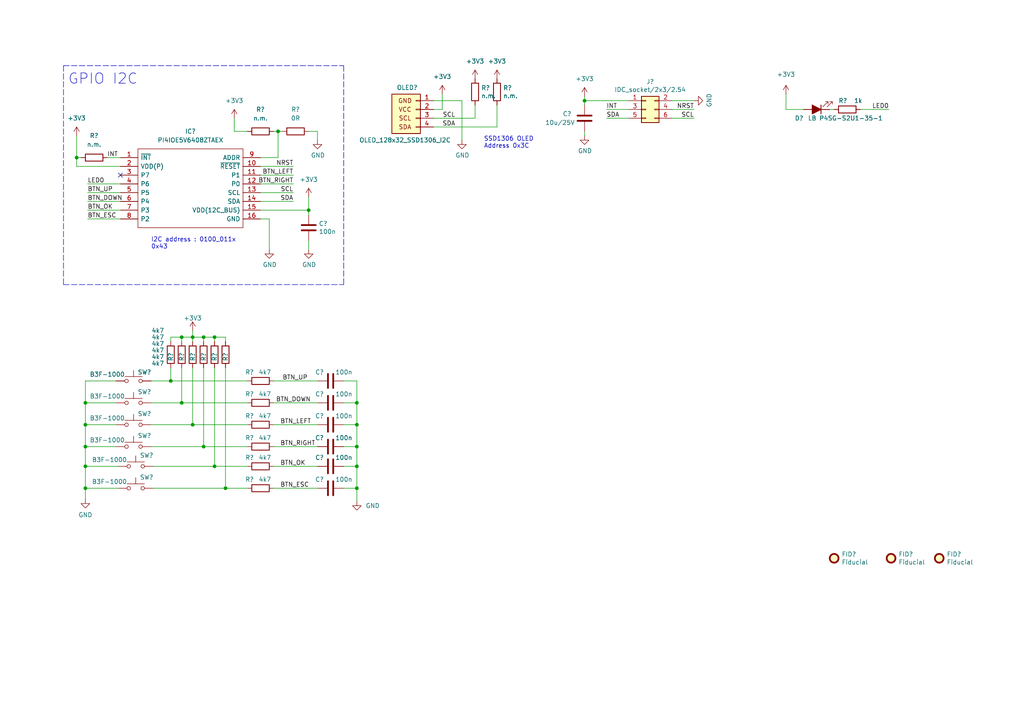
<source format=kicad_sch>
(kicad_sch (version 20211123) (generator eeschema)
  (paper "A4")
  (lib_symbols
    (symbol "Connector_Generic:Conn_02x03_Odd_Even" (pin_names (offset 1.016) hide)
      (property "Reference" "J" (at 1.27 5.08 0))
      (property "Value" "Conn_02x03_Odd_Even" (at 1.27 -5.08 0))
      (symbol "Conn_02x03_Odd_Even_1_1"
        (rectangle (start -1.27 -2.413) (end 0 -2.667) (stroke (width 0.1524)))
        (rectangle (start -1.27 0.127) (end 0 -0.127) (stroke (width 0.1524)))
        (rectangle (start -1.27 2.667) (end 0 2.413) (stroke (width 0.1524)))
        (rectangle (start -1.27 3.81) (end 3.81 -3.81) (stroke (width 0.254)) (fill (type background)))
        (rectangle (start 3.81 -2.413) (end 2.54 -2.667) (stroke (width 0.1524)))
        (rectangle (start 3.81 0.127) (end 2.54 -0.127) (stroke (width 0.1524)))
        (rectangle (start 3.81 2.667) (end 2.54 2.413) (stroke (width 0.1524)))
        (pin passive line (at -5.08 2.54 0) (length 3.81) (name "Pin_1") (number "1"))
        (pin passive line (at 7.62 2.54 180) (length 3.81) (name "Pin_2") (number "2"))
        (pin passive line (at -5.08 0 0) (length 3.81) (name "Pin_3") (number "3"))
        (pin passive line (at 7.62 0 180) (length 3.81) (name "Pin_4") (number "4"))
        (pin passive line (at -5.08 -2.54 0) (length 3.81) (name "Pin_5") (number "5"))
        (pin passive line (at 7.62 -2.54 180) (length 3.81) (name "Pin_6") (number "6"))
      )
    )
    (symbol "DALITP-FRONT-rescue:LED_ALT-Device" (pin_numbers hide) (pin_names (offset 1.016) hide)
      (property "Reference" "D" (at 0 2.54 0))
      (property "Value" "LED_ALT-Device" (at 0 -2.54 0))
      (symbol "LED_ALT-Device_0_1"
        (polyline (pts (xy -1.27 -1.27) (xy -1.27 1.27)) (stroke (width 0.254)))
        (polyline (pts (xy -1.27 0) (xy 1.27 0)))
        (polyline (pts (xy 1.27 -1.27) (xy 1.27 1.27) (xy -1.27 0) (xy 1.27 -1.27)) (stroke (width 0.254)) (fill (type outline)))
        (polyline (pts (xy -3.048 -0.762) (xy -4.572 -2.286) (xy -3.81 -2.286) (xy -4.572 -2.286) (xy -4.572 -1.524)))
        (polyline (pts (xy -1.778 -0.762) (xy -3.302 -2.286) (xy -2.54 -2.286) (xy -3.302 -2.286) (xy -3.302 -1.524)))
      )
      (symbol "LED_ALT-Device_1_1"
        (pin passive line (at -3.81 0 0) (length 2.54) (name "K") (number "1"))
        (pin passive line (at 3.81 0 180) (length 2.54) (name "A") (number "2"))
      )
    )
    (symbol "Device:C" (pin_numbers hide) (pin_names (offset 0.254))
      (property "Reference" "C" (at 0.635 2.54 0))
      (property "Value" "C" (at 0.635 -2.54 0))
      (symbol "C_0_1"
        (polyline (pts (xy -2.032 -0.762) (xy 2.032 -0.762)) (stroke (width 0.508)))
        (polyline (pts (xy -2.032 0.762) (xy 2.032 0.762)) (stroke (width 0.508)))
      )
      (symbol "C_1_1"
        (pin passive line (at 0 3.81 270) (length 2.794) (name "~") (number "1"))
        (pin passive line (at 0 -3.81 90) (length 2.794) (name "~") (number "2"))
      )
    )
    (symbol "Device:R" (pin_numbers hide) (pin_names (offset 0))
      (property "Reference" "R" (at 2.032 0 90))
      (property "Value" "R" (at 0 0 90))
      (symbol "R_0_1"
        (rectangle (start -1.016 -2.54) (end 1.016 2.54) (stroke (width 0.254)))
      )
      (symbol "R_1_1"
        (pin passive line (at 0 3.81 270) (length 1.27) (name "~") (number "1"))
        (pin passive line (at 0 -3.81 90) (length 1.27) (name "~") (number "2"))
      )
    )
    (symbol "Mechanical:Fiducial"
      (property "Reference" "FID" (at 0 5.08 0))
      (property "Value" "Fiducial" (at 0 3.175 0))
      (symbol "Fiducial_0_1"
        (circle (center 0 0) (radius 1.27) (stroke (width 0.508)) (fill (type background)))
      )
    )
    (symbol "SIM:OLED_128x32_SSD1306_I2C" (pin_names (offset 1.016) hide)
      (property "Reference" "OLED" (at -3.175 5.715 0))
      (property "Value" "OLED_128x32_SSD1306_I2C" (at 0 -8.255 0))
      (symbol "OLED_128x32_SSD1306_I2C_0_0"
        (text "GND" (at -3.175 2.54 0) (effects (font (size 1.27 1.27))))
        (text "SCL" (at -3.175 -2.54 0) (effects (font (size 1.27 1.27))))
        (text "SDA" (at -3.175 -5.08 0) (effects (font (size 1.27 1.27))))
        (text "VCC" (at -3.175 0 0) (effects (font (size 1.27 1.27))))
      )
      (symbol "OLED_128x32_SSD1306_I2C_1_1"
        (rectangle (start -6.985 4.445) (end 1.27 -6.985) (stroke (width 0.254)) (fill (type background)))
        (rectangle (start 0 -5.207) (end 1.27 -4.953) (stroke (width 0.1524)))
        (rectangle (start 0 -2.667) (end 1.27 -2.413) (stroke (width 0.1524)))
        (rectangle (start 0 -0.127) (end 1.27 0.127) (stroke (width 0.1524)))
        (rectangle (start 0 2.413) (end 1.27 2.667) (stroke (width 0.1524)))
        (pin passive line (at 5.08 2.54 180) (length 3.81) (name "Pin_1") (number "1"))
        (pin passive line (at 5.08 0 180) (length 3.81) (name "Pin_2") (number "2"))
        (pin passive line (at 5.08 -2.54 180) (length 3.81) (name "Pin_3") (number "3"))
        (pin passive line (at 5.08 -5.08 180) (length 3.81) (name "Pin_4") (number "4"))
      )
    )
    (symbol "SIM:PI4IOE5V6408ZTAEX" (pin_names (offset 0.762))
      (property "Reference" "IC" (at 36.83 7.62 0))
      (property "Value" "PI4IOE5V6408ZTAEX" (at 36.83 5.08 0))
      (symbol "PI4IOE5V6408ZTAEX_0_0"
        (pin passive line (at 0 0 0) (length 5.08) (name "~{INT}") (number "1"))
        (pin passive line (at 40.64 -2.54 180) (length 5.08) (name "~{RESET}") (number "10"))
        (pin passive line (at 40.64 -5.08 180) (length 5.08) (name "P1") (number "11"))
        (pin passive line (at 40.64 -7.62 180) (length 5.08) (name "P0") (number "12"))
        (pin passive line (at 40.64 -10.16 180) (length 5.08) (name "SCL") (number "13"))
        (pin passive line (at 40.64 -12.7 180) (length 5.08) (name "SDA") (number "14"))
        (pin passive line (at 40.64 -15.24 180) (length 5.08) (name "VDD(12C_BUS)") (number "15"))
        (pin passive line (at 40.64 -17.78 180) (length 5.08) (name "GND") (number "16"))
        (pin passive line (at 0 -2.54 0) (length 5.08) (name "VDD(P)") (number "2"))
        (pin passive line (at 0 -5.08 0) (length 5.08) (name "P7") (number "3"))
        (pin passive line (at 0 -7.62 0) (length 5.08) (name "P6") (number "4"))
        (pin passive line (at 0 -10.16 0) (length 5.08) (name "P5") (number "5"))
        (pin passive line (at 0 -12.7 0) (length 5.08) (name "P4") (number "6"))
        (pin passive line (at 0 -15.24 0) (length 5.08) (name "P3") (number "7"))
        (pin passive line (at 0 -17.78 0) (length 5.08) (name "P2") (number "8"))
        (pin passive line (at 40.64 0 180) (length 5.08) (name "ADDR") (number "9"))
      )
      (symbol "PI4IOE5V6408ZTAEX_0_1"
        (polyline (pts (xy 5.08 2.54) (xy 35.56 2.54) (xy 35.56 -20.32) (xy 5.08 -20.32) (xy 5.08 2.54)) (stroke (width 0.1524)))
      )
    )
    (symbol "Switch:SW_MEC_5G" (pin_numbers hide) (pin_names (offset 1.016) hide)
      (property "Reference" "SW" (at 1.27 2.54 0))
      (property "Value" "SW_MEC_5G" (at 0 -1.524 0))
      (symbol "SW_MEC_5G_0_1"
        (circle (center -2.032 0) (radius 0.508))
        (polyline (pts (xy 0 1.27) (xy 0 3.048)))
        (polyline (pts (xy 2.54 1.27) (xy -2.54 1.27)))
        (circle (center 2.032 0) (radius 0.508))
        (pin passive line (at -5.08 0 0) (length 2.54) (name "A") (number "1"))
        (pin passive line (at 5.08 0 180) (length 2.54) (name "B") (number "3"))
      )
      (symbol "SW_MEC_5G_1_1"
        (pin passive line (at -5.08 0 0) (length 2.54) hide (name "A") (number "2"))
        (pin passive line (at 5.08 0 180) (length 2.54) hide (name "B") (number "4"))
      )
    )
    (symbol "power:+3V3" (power) (pin_names (offset 0))
      (property "Value" "+3V3" (at 0 3.556 0))
      (symbol "+3V3_0_1"
        (polyline (pts (xy -0.762 1.27) (xy 0 2.54)))
        (polyline (pts (xy 0 0) (xy 0 2.54)))
        (polyline (pts (xy 0 2.54) (xy 0.762 1.27)))
      )
      (symbol "+3V3_1_1"
        (pin power_in line (at 0 0 90) (length 0) hide (name "+3V3") (number "1"))
      )
    )
    (symbol "power:GND" (power) (pin_names (offset 0))
      (property "Value" "GND" (at 0 -3.81 0))
      (symbol "GND_0_1"
        (polyline (pts (xy 0 0) (xy 0 -1.27) (xy 1.27 -1.27) (xy 0 -2.54) (xy -1.27 -1.27) (xy 0 -1.27)))
      )
      (symbol "GND_1_1"
        (pin power_in line (at 0 0 270) (length 0) hide (name "GND") (number "1"))
      )
    )
  )
  (junction (at 49.53 110.49))
  (junction (at 52.705 116.84))
  (junction (at 103.505 116.84))
  (junction (at 103.505 141.605))
  (junction (at 59.055 129.54))
  (junction (at 169.545 29.21))
  (junction (at 103.505 129.54))
  (junction (at 103.505 123.19))
  (junction (at 52.705 97.79))
  (junction (at 65.405 141.605))
  (junction (at 22.225 45.72))
  (junction (at 24.765 123.19))
  (junction (at 24.765 129.54))
  (junction (at 59.055 97.79))
  (junction (at 89.535 60.96))
  (junction (at 24.765 135.255))
  (junction (at 62.23 97.79))
  (junction (at 80.645 38.1))
  (junction (at 24.765 116.84))
  (junction (at 103.505 135.255))
  (junction (at 62.23 135.255))
  (junction (at 55.88 123.19))
  (junction (at 55.88 97.79))
  (junction (at 24.765 141.605))
  (no_connect (at 34.925 50.8))
  (wire (pts (xy 79.375 141.605) (xy 92.075 141.605)))
  (wire (pts (xy 31.115 45.72) (xy 34.925 45.72)))
  (wire (pts (xy 55.88 106.68) (xy 55.88 123.19)))
  (wire (pts (xy 62.23 106.68) (xy 62.23 135.255)))
  (wire (pts (xy 33.655 110.49) (xy 24.765 110.49)))
  (wire (pts (xy 103.505 110.49) (xy 103.505 116.84)))
  (wire (pts (xy 24.765 141.605) (xy 34.29 141.605)))
  (wire (pts (xy 85.09 53.34) (xy 75.565 53.34)))
  (wire (pts (xy 43.815 123.19) (xy 55.88 123.19)))
  (polyline (pts (xy 99.695 19.05) (xy 99.695 82.55)))
  (wire (pts (xy 34.925 55.88) (xy 25.4 55.88)))
  (wire (pts (xy 43.815 110.49) (xy 49.53 110.49)))
  (wire (pts (xy 194.945 34.29) (xy 201.295 34.29)))
  (wire (pts (xy 43.815 116.84) (xy 52.705 116.84)))
  (wire (pts (xy 241.935 31.75) (xy 240.665 31.75)))
  (wire (pts (xy 59.055 106.68) (xy 59.055 129.54)))
  (wire (pts (xy 249.555 31.75) (xy 257.81 31.75)))
  (wire (pts (xy 75.565 58.42) (xy 85.09 58.42)))
  (wire (pts (xy 169.545 29.21) (xy 182.245 29.21)))
  (wire (pts (xy 22.225 39.37) (xy 22.225 45.72)))
  (wire (pts (xy 99.695 135.255) (xy 103.505 135.255)))
  (wire (pts (xy 201.295 29.21) (xy 194.945 29.21)))
  (wire (pts (xy 55.88 95.885) (xy 55.88 97.79)))
  (wire (pts (xy 103.505 141.605) (xy 103.505 145.415)))
  (wire (pts (xy 52.705 106.68) (xy 52.705 116.84)))
  (wire (pts (xy 227.965 31.75) (xy 233.045 31.75)))
  (wire (pts (xy 33.655 123.19) (xy 24.765 123.19)))
  (wire (pts (xy 79.375 135.255) (xy 92.075 135.255)))
  (wire (pts (xy 128.27 27.305) (xy 128.27 31.75)))
  (wire (pts (xy 99.695 110.49) (xy 103.505 110.49)))
  (wire (pts (xy 175.895 34.29) (xy 182.245 34.29)))
  (wire (pts (xy 24.765 135.255) (xy 24.765 141.605)))
  (wire (pts (xy 89.535 60.96) (xy 89.535 62.23)))
  (wire (pts (xy 49.53 106.68) (xy 49.53 110.49)))
  (wire (pts (xy 24.765 116.84) (xy 24.765 123.19)))
  (wire (pts (xy 194.945 31.75) (xy 201.295 31.75)))
  (wire (pts (xy 92.075 38.1) (xy 92.075 40.64)))
  (wire (pts (xy 24.765 129.54) (xy 24.765 135.255)))
  (wire (pts (xy 22.225 45.72) (xy 22.225 48.26)))
  (wire (pts (xy 62.23 99.06) (xy 62.23 97.79)))
  (wire (pts (xy 52.705 97.79) (xy 52.705 99.06)))
  (wire (pts (xy 44.45 135.255) (xy 62.23 135.255)))
  (wire (pts (xy 44.45 141.605) (xy 65.405 141.605)))
  (polyline (pts (xy 18.415 19.05) (xy 99.695 19.05)))
  (wire (pts (xy 75.565 60.96) (xy 89.535 60.96)))
  (wire (pts (xy 80.645 45.72) (xy 80.645 38.1)))
  (wire (pts (xy 169.545 29.21) (xy 169.545 30.48)))
  (wire (pts (xy 79.375 116.84) (xy 92.075 116.84)))
  (wire (pts (xy 227.965 27.305) (xy 227.965 31.75)))
  (wire (pts (xy 67.945 38.1) (xy 67.945 34.29)))
  (wire (pts (xy 71.755 38.1) (xy 67.945 38.1)))
  (wire (pts (xy 59.055 97.79) (xy 62.23 97.79)))
  (wire (pts (xy 22.225 45.72) (xy 23.495 45.72)))
  (wire (pts (xy 75.565 45.72) (xy 80.645 45.72)))
  (wire (pts (xy 99.695 129.54) (xy 103.505 129.54)))
  (wire (pts (xy 125.73 34.29) (xy 137.795 34.29)))
  (wire (pts (xy 49.53 99.06) (xy 49.53 97.79)))
  (wire (pts (xy 24.765 135.255) (xy 34.29 135.255)))
  (wire (pts (xy 133.985 29.21) (xy 133.985 40.64)))
  (polyline (pts (xy 18.415 19.05) (xy 18.415 82.55)))
  (wire (pts (xy 99.695 141.605) (xy 103.505 141.605)))
  (wire (pts (xy 65.405 99.06) (xy 65.405 97.79)))
  (wire (pts (xy 33.655 116.84) (xy 24.765 116.84)))
  (wire (pts (xy 55.88 97.79) (xy 55.88 99.06)))
  (wire (pts (xy 103.505 123.19) (xy 103.505 129.54)))
  (wire (pts (xy 144.145 30.48) (xy 144.145 36.83)))
  (wire (pts (xy 103.505 129.54) (xy 103.505 135.255)))
  (wire (pts (xy 89.535 57.15) (xy 89.535 60.96)))
  (wire (pts (xy 80.645 38.1) (xy 79.375 38.1)))
  (wire (pts (xy 34.925 58.42) (xy 25.4 58.42)))
  (wire (pts (xy 62.23 135.255) (xy 71.755 135.255)))
  (wire (pts (xy 75.565 48.26) (xy 85.09 48.26)))
  (wire (pts (xy 65.405 106.68) (xy 65.405 141.605)))
  (wire (pts (xy 125.73 31.75) (xy 128.27 31.75)))
  (wire (pts (xy 103.505 116.84) (xy 103.505 123.19)))
  (wire (pts (xy 169.545 29.21) (xy 169.545 27.94)))
  (wire (pts (xy 59.055 97.79) (xy 59.055 99.06)))
  (wire (pts (xy 52.705 97.79) (xy 55.88 97.79)))
  (wire (pts (xy 52.705 116.84) (xy 71.755 116.84)))
  (wire (pts (xy 99.695 123.19) (xy 103.505 123.19)))
  (wire (pts (xy 65.405 141.605) (xy 71.755 141.605)))
  (wire (pts (xy 24.765 141.605) (xy 24.765 144.78)))
  (wire (pts (xy 55.88 97.79) (xy 59.055 97.79)))
  (wire (pts (xy 75.565 50.8) (xy 85.09 50.8)))
  (wire (pts (xy 79.375 123.19) (xy 92.075 123.19)))
  (wire (pts (xy 79.375 110.49) (xy 92.075 110.49)))
  (wire (pts (xy 169.545 39.37) (xy 169.545 38.1)))
  (wire (pts (xy 89.535 69.85) (xy 89.535 72.39)))
  (wire (pts (xy 34.925 53.34) (xy 25.4 53.34)))
  (wire (pts (xy 125.73 36.83) (xy 144.145 36.83)))
  (wire (pts (xy 33.655 129.54) (xy 24.765 129.54)))
  (wire (pts (xy 59.055 129.54) (xy 71.755 129.54)))
  (wire (pts (xy 80.645 38.1) (xy 81.915 38.1)))
  (wire (pts (xy 34.925 63.5) (xy 25.4 63.5)))
  (wire (pts (xy 137.795 30.48) (xy 137.795 34.29)))
  (wire (pts (xy 49.53 110.49) (xy 71.755 110.49)))
  (wire (pts (xy 62.23 97.79) (xy 65.405 97.79)))
  (wire (pts (xy 103.505 135.255) (xy 103.505 141.605)))
  (wire (pts (xy 79.375 129.54) (xy 92.075 129.54)))
  (wire (pts (xy 99.695 116.84) (xy 103.505 116.84)))
  (wire (pts (xy 55.88 123.19) (xy 71.755 123.19)))
  (wire (pts (xy 49.53 97.79) (xy 52.705 97.79)))
  (wire (pts (xy 43.815 129.54) (xy 59.055 129.54)))
  (wire (pts (xy 24.765 110.49) (xy 24.765 116.84)))
  (wire (pts (xy 175.895 31.75) (xy 182.245 31.75)))
  (wire (pts (xy 89.535 38.1) (xy 92.075 38.1)))
  (wire (pts (xy 75.565 63.5) (xy 78.105 63.5)))
  (wire (pts (xy 24.765 123.19) (xy 24.765 129.54)))
  (wire (pts (xy 75.565 55.88) (xy 85.09 55.88)))
  (wire (pts (xy 34.925 60.96) (xy 25.4 60.96)))
  (wire (pts (xy 125.73 29.21) (xy 133.985 29.21)))
  (polyline (pts (xy 18.415 82.55) (xy 99.695 82.55)))
  (wire (pts (xy 78.105 63.5) (xy 78.105 72.39)))
  (wire (pts (xy 22.225 48.26) (xy 34.925 48.26)))
  (text "GPIO I2C" (at 19.685 24.765 0) (effects (font (size 3 3)) (justify left bottom)))
  (text "SSD1306 OLED\nAddress 0x3C" (at 140.335 43.18 0) (effects (font (size 1.27 1.27)) (justify left bottom)))
  (text "I2C address : 0100_011x \n0x43" (at 43.815 72.39 0) (effects (font (size 1.27 1.27)) (justify left bottom)))
  (label "BTN_UP" (at 81.915 110.49 0))
  (label "SCL" (at 132.08 34.29 180))
  (label "BTN_UP" (at 25.4 55.88 0))
  (label "SDA" (at 175.895 34.29 0))
  (label "SDA" (at 132.08 36.83 180))
  (label "NRST" (at 201.295 31.75 180))
  (label "BTN_ESC" (at 81.28 141.605 0))
  (label "BTN_DOWN" (at 25.4 58.42 0))
  (label "SCL" (at 201.295 34.29 180))
  (label "BTN_OK" (at 81.28 135.255 0))
  (label "LED0" (at 25.4 53.34 0))
  (label "SDA" (at 85.09 58.42 180))
  (label "BTN_RIGHT" (at 81.28 129.54 0))
  (label "BTN_LEFT" (at 85.09 50.8 180))
  (label "BTN_ESC" (at 25.4 63.5 0))
  (label "NRST" (at 85.09 48.26 180))
  (label "INT" (at 175.895 31.75 0))
  (label "BTN_LEFT" (at 81.28 123.19 0))
  (label "SCL" (at 85.09 55.88 180))
  (label "BTN_DOWN" (at 80.01 116.84 0))
  (label "LED0" (at 257.81 31.75 180))
  (label "INT" (at 31.115 45.72 0))
  (label "BTN_RIGHT" (at 85.09 53.34 180))
  (label "BTN_OK" (at 25.4 60.96 0))
  (symbol (lib_id "Device:R") (at 75.565 38.1 90) (unit 1)
    (property "Reference" "R?" (at 75.565 31.75 90))
    (property "Value" "n.m." (at 75.565 34.29 90))
    (property "Footprint" "Resistor_SMD:R_0603_1608Metric_Pad0.98x0.95mm_HandSolder" (effects hide))
  )
  (symbol (lib_id "Mechanical:Fiducial") (at 258.445 161.925 0) (unit 1)
    (property "Reference" "FID?" (at 260.604 160.7566 0) (effects (justify left)))
    (property "Value" "Fiducial" (at 260.604 163.068 0) (effects (justify left)))
    (property "Footprint" "Fiducial:Fiducial_1mm_Mask2mm" (effects hide))
  )
  (symbol (lib_id "Device:R") (at 59.055 102.87 0) (mirror y) (unit 1)
    (property "Reference" "R?" (at 59.055 104.775 90) (effects (justify left)))
    (property "Value" "4k7" (at 47.625 101.6 0) (effects (justify left)))
    (property "Footprint" "Resistor_SMD:R_0402_1005Metric" (effects hide))
  )
  (symbol (lib_id "Device:R") (at 245.745 31.75 90) (unit 1)
    (property "Reference" "R?" (at 244.475 29.21 90))
    (property "Value" "1k" (at 248.92 29.21 90))
    (property "Footprint" "Resistor_SMD:R_0603_1608Metric_Pad0.98x0.95mm_HandSolder" (effects hide))
  )
  (symbol (lib_id "Switch:SW_MEC_5G") (at 38.735 110.49 0) (unit 1)
    (property "Reference" "SW?" (at 41.91 107.95 0))
    (property "Value" "B3F-1000" (at 31.115 108.585 0))
    (property "Footprint" "SIM:PTS815SJM250SMTRLFS" (effects hide))
    (property "Datasheet" "http://www.apem.com/int/index.php?controller=attachment&id_attachment=488" (effects hide))
  )
  (symbol (lib_id "power:GND") (at 92.075 40.64 0) (unit 1)
    (property "Reference" "#PWR?" (effects hide))
    (property "Value" "GND" (at 92.202 45.0342 0))
  )
  (symbol (lib_id "power:+3V3") (at 144.145 22.86 0) (unit 1)
    (property "Reference" "#PWR?" (effects hide))
    (property "Value" "+3V3" (at 144.145 17.78 0))
  )
  (symbol (lib_id "power:+3V3") (at 89.535 57.15 0) (unit 1)
    (property "Reference" "#PWR?" (effects hide))
    (property "Value" "+3V3" (at 89.535 52.07 0))
  )
  (symbol (lib_id "power:+3V3") (at 137.795 22.86 0) (unit 1)
    (property "Reference" "#PWR?" (effects hide))
    (property "Value" "+3V3" (at 137.795 17.78 0))
  )
  (symbol (lib_id "Device:R") (at 75.565 129.54 90) (unit 1)
    (property "Reference" "R?" (at 72.39 127 90))
    (property "Value" "4k7" (at 76.835 127 90))
    (property "Footprint" "Resistor_SMD:R_0402_1005Metric" (effects hide))
  )
  (symbol (lib_id "power:GND") (at 103.505 145.415 0) (unit 1)
    (property "Reference" "#PWR?" (effects hide))
    (property "Value" "GND" (at 106.045 146.6849 0) (effects (justify left)))
  )
  (symbol (lib_id "Mechanical:Fiducial") (at 241.935 161.925 0) (unit 1)
    (property "Reference" "FID?" (at 244.094 160.7566 0) (effects (justify left)))
    (property "Value" "Fiducial" (at 244.094 163.068 0) (effects (justify left)))
    (property "Footprint" "Fiducial:Fiducial_1mm_Mask2mm" (effects hide))
  )
  (symbol (lib_id "Device:R") (at 144.145 26.67 0) (unit 1)
    (property "Reference" "R?" (at 145.923 25.5016 0) (effects (justify left)))
    (property "Value" "n.m." (at 145.923 27.813 0) (effects (justify left)))
    (property "Footprint" "Resistor_SMD:R_0603_1608Metric_Pad0.98x0.95mm_HandSolder" (effects hide))
  )
  (symbol (lib_id "power:+3V3") (at 169.545 27.94 0) (unit 1)
    (property "Reference" "#PWR?" (effects hide))
    (property "Value" "+3V3" (at 169.545 22.86 0))
  )
  (symbol (lib_id "Device:C") (at 95.885 141.605 90) (unit 1)
    (property "Reference" "C?" (at 93.98 139.065 90) (effects (justify left)))
    (property "Value" "100n" (at 102.235 139.065 90) (effects (justify left)))
    (property "Footprint" "Capacitor_SMD:C_0402_1005Metric" (effects hide))
  )
  (symbol (lib_id "power:+3V3") (at 55.88 95.885 0) (unit 1)
    (property "Reference" "#PWR?" (effects hide))
    (property "Value" "+3V3" (at 55.88 92.2805 0))
  )
  (symbol (lib_id "Device:C") (at 89.535 66.04 0) (unit 1)
    (property "Reference" "C?" (at 92.456 64.8716 0) (effects (justify left)))
    (property "Value" "100n" (at 92.456 67.183 0) (effects (justify left)))
    (property "Footprint" "Capacitor_SMD:C_0603_1608Metric_Pad1.08x0.95mm_HandSolder" (effects hide))
  )
  (symbol (lib_id "Device:R") (at 27.305 45.72 90) (unit 1)
    (property "Reference" "R?" (at 27.305 39.37 90))
    (property "Value" "n.m." (at 27.305 41.91 90))
    (property "Footprint" "Resistor_SMD:R_0603_1608Metric_Pad0.98x0.95mm_HandSolder" (effects hide))
  )
  (symbol (lib_id "SIM:OLED_128x32_SSD1306_I2C") (at 120.65 31.75 0) (unit 1)
    (property "Reference" "OLED?" (at 118.11 25.4 0))
    (property "Value" "OLED_128x32_SSD1306_I2C" (at 117.475 40.64 0))
    (property "Footprint" "SIM:OLED_128x32_SSD1306_I2C" (effects hide))
  )
  (symbol (lib_id "power:+3V3") (at 128.27 27.305 0) (unit 1)
    (property "Reference" "#PWR?" (effects hide))
    (property "Value" "+3V3" (at 128.27 22.225 0))
  )
  (symbol (lib_id "Device:C") (at 95.885 135.255 90) (unit 1)
    (property "Reference" "C?" (at 93.98 132.715 90) (effects (justify left)))
    (property "Value" "100n" (at 102.235 132.715 90) (effects (justify left)))
    (property "Footprint" "Capacitor_SMD:C_0402_1005Metric" (effects hide))
  )
  (symbol (lib_id "Connector_Generic:Conn_02x03_Odd_Even") (at 187.325 31.75 0) (unit 1)
    (property "Reference" "J?" (at 188.595 23.6982 0))
    (property "Value" "IDC_socket/2x3/2.54" (at 188.595 26.0096 0))
    (property "Footprint" "Connector_IDC:IDC-Header_2x03_P2.54mm_Vertical" (effects hide))
  )
  (symbol (lib_id "Device:R") (at 62.23 102.87 0) (mirror y) (unit 1)
    (property "Reference" "R?" (at 62.23 104.775 90) (effects (justify left)))
    (property "Value" "4k7" (at 47.625 103.505 0) (effects (justify left)))
    (property "Footprint" "Resistor_SMD:R_0402_1005Metric" (effects hide))
  )
  (symbol (lib_id "power:GND") (at 201.295 29.21 90) (unit 1)
    (property "Reference" "#PWR?" (effects hide))
    (property "Value" "GND" (at 205.6892 29.083 0))
  )
  (symbol (lib_id "Device:R") (at 75.565 135.255 90) (unit 1)
    (property "Reference" "R?" (at 72.39 132.715 90))
    (property "Value" "4k7" (at 76.835 132.715 90))
    (property "Footprint" "Resistor_SMD:R_0402_1005Metric" (effects hide))
  )
  (symbol (lib_id "Device:R") (at 52.705 102.87 0) (mirror y) (unit 1)
    (property "Reference" "R?" (at 52.705 104.775 90) (effects (justify left)))
    (property "Value" "4k7" (at 47.625 97.79 0) (effects (justify left)))
    (property "Footprint" "Resistor_SMD:R_0402_1005Metric" (effects hide))
  )
  (symbol (lib_id "Device:R") (at 55.88 102.87 0) (mirror y) (unit 1)
    (property "Reference" "R?" (at 55.88 104.775 90) (effects (justify left)))
    (property "Value" "4k7" (at 47.625 99.695 0) (effects (justify left)))
    (property "Footprint" "Resistor_SMD:R_0402_1005Metric" (effects hide))
  )
  (symbol (lib_id "Switch:SW_MEC_5G") (at 38.735 123.19 0) (unit 1)
    (property "Reference" "SW?" (at 41.91 120.015 0))
    (property "Value" "B3F-1000" (at 31.115 121.285 0))
    (property "Footprint" "SIM:PTS815SJM250SMTRLFS" (effects hide))
    (property "Datasheet" "http://www.apem.com/int/index.php?controller=attachment&id_attachment=488" (effects hide))
  )
  (symbol (lib_id "power:+3V3") (at 22.225 39.37 0) (unit 1)
    (property "Reference" "#PWR?" (effects hide))
    (property "Value" "+3V3" (at 22.225 34.29 0))
  )
  (symbol (lib_id "Device:R") (at 137.795 26.67 0) (unit 1)
    (property "Reference" "R?" (at 139.573 25.5016 0) (effects (justify left)))
    (property "Value" "n.m." (at 139.573 27.813 0) (effects (justify left)))
    (property "Footprint" "Resistor_SMD:R_0603_1608Metric_Pad0.98x0.95mm_HandSolder" (effects hide))
  )
  (symbol (lib_id "Switch:SW_MEC_5G") (at 39.37 141.605 0) (unit 1)
    (property "Reference" "SW?" (at 42.545 138.43 0))
    (property "Value" "B3F-1000" (at 31.75 139.7 0))
    (property "Footprint" "SIM:PTS815SJM250SMTRLFS" (effects hide))
    (property "Datasheet" "http://www.apem.com/int/index.php?controller=attachment&id_attachment=488" (effects hide))
  )
  (symbol (lib_id "Mechanical:Fiducial") (at 272.415 161.925 0) (unit 1)
    (property "Reference" "FID?" (at 274.574 160.7566 0) (effects (justify left)))
    (property "Value" "Fiducial" (at 274.574 163.068 0) (effects (justify left)))
    (property "Footprint" "Fiducial:Fiducial_1mm_Mask2mm" (effects hide))
  )
  (symbol (lib_id "Switch:SW_MEC_5G") (at 39.37 135.255 0) (unit 1)
    (property "Reference" "SW?" (at 42.545 132.08 0))
    (property "Value" "B3F-1000" (at 31.75 133.35 0))
    (property "Footprint" "SIM:PTS815SJM250SMTRLFS" (effects hide))
    (property "Datasheet" "http://www.apem.com/int/index.php?controller=attachment&id_attachment=488" (effects hide))
  )
  (symbol (lib_id "power:GND") (at 24.765 144.78 0) (unit 1)
    (property "Reference" "#PWR?" (effects hide))
    (property "Value" "GND" (at 24.765 149.3425 0))
  )
  (symbol (lib_id "Switch:SW_MEC_5G") (at 38.735 129.54 0) (unit 1)
    (property "Reference" "SW?" (at 41.91 126.365 0))
    (property "Value" "B3F-1000" (at 31.115 127.635 0))
    (property "Footprint" "SIM:PTS815SJM250SMTRLFS" (effects hide))
    (property "Datasheet" "http://www.apem.com/int/index.php?controller=attachment&id_attachment=488" (effects hide))
  )
  (symbol (lib_id "Device:R") (at 75.565 116.84 90) (unit 1)
    (property "Reference" "R?" (at 72.39 114.3 90))
    (property "Value" "4k7" (at 76.835 114.3 90))
    (property "Footprint" "Resistor_SMD:R_0402_1005Metric" (effects hide))
  )
  (symbol (lib_id "Device:C") (at 95.885 116.84 90) (unit 1)
    (property "Reference" "C?" (at 93.98 114.3 90) (effects (justify left)))
    (property "Value" "100n" (at 102.235 114.3 90) (effects (justify left)))
    (property "Footprint" "Capacitor_SMD:C_0402_1005Metric" (effects hide))
  )
  (symbol (lib_id "power:GND") (at 169.545 39.37 0) (unit 1)
    (property "Reference" "#PWR?" (effects hide))
    (property "Value" "GND" (at 169.672 43.7642 0))
  )
  (symbol (lib_id "power:+3V3") (at 227.965 27.305 0) (unit 1)
    (property "Reference" "#PWR?" (effects hide))
    (property "Value" "+3V3" (at 227.965 21.59 0))
  )
  (symbol (lib_id "Device:R") (at 65.405 102.87 0) (mirror y) (unit 1)
    (property "Reference" "R?" (at 65.405 104.775 90) (effects (justify left)))
    (property "Value" "4k7" (at 47.625 105.41 0) (effects (justify left)))
    (property "Footprint" "Resistor_SMD:R_0402_1005Metric" (effects hide))
  )
  (symbol (lib_id "Device:R") (at 75.565 110.49 90) (unit 1)
    (property "Reference" "R?" (at 72.39 107.95 90))
    (property "Value" "4k7" (at 76.835 107.95 90))
    (property "Footprint" "Resistor_SMD:R_0402_1005Metric" (effects hide))
  )
  (symbol (lib_id "power:GND") (at 78.105 72.39 0) (unit 1)
    (property "Reference" "#PWR?" (effects hide))
    (property "Value" "GND" (at 78.232 76.7842 0))
  )
  (symbol (lib_id "Device:R") (at 75.565 141.605 90) (unit 1)
    (property "Reference" "R?" (at 72.39 139.065 90))
    (property "Value" "4k7" (at 76.835 139.065 90))
    (property "Footprint" "Resistor_SMD:R_0402_1005Metric" (effects hide))
  )
  (symbol (lib_id "Device:R") (at 49.53 102.87 0) (mirror y) (unit 1)
    (property "Reference" "R?" (at 49.53 104.775 90) (effects (justify left)))
    (property "Value" "4k7" (at 47.625 95.885 0) (effects (justify left)))
    (property "Footprint" "Resistor_SMD:R_0402_1005Metric" (effects hide))
  )
  (symbol (lib_id "power:GND") (at 89.535 72.39 0) (unit 1)
    (property "Reference" "#PWR?" (effects hide))
    (property "Value" "GND" (at 89.662 76.7842 0))
  )
  (symbol (lib_id "power:+3V3") (at 67.945 34.29 0) (unit 1)
    (property "Reference" "#PWR?" (effects hide))
    (property "Value" "+3V3" (at 67.945 29.21 0))
  )
  (symbol (lib_id "Switch:SW_MEC_5G") (at 38.735 116.84 0) (unit 1)
    (property "Reference" "SW?" (at 41.91 113.665 0))
    (property "Value" "B3F-1000" (at 31.115 114.935 0))
    (property "Footprint" "SIM:PTS815SJM250SMTRLFS" (effects hide))
    (property "Datasheet" "http://www.apem.com/int/index.php?controller=attachment&id_attachment=488" (effects hide))
  )
  (symbol (lib_id "power:GND") (at 133.985 40.64 0) (unit 1)
    (property "Reference" "#PWR?" (effects hide))
    (property "Value" "GND" (at 134.112 45.0342 0))
  )
  (symbol (lib_id "Device:C") (at 95.885 129.54 90) (unit 1)
    (property "Reference" "C?" (at 93.98 127 90) (effects (justify left)))
    (property "Value" "100n" (at 102.235 127 90) (effects (justify left)))
    (property "Footprint" "Capacitor_SMD:C_0402_1005Metric" (effects hide))
  )
  (symbol (lib_id "Device:R") (at 75.565 123.19 90) (unit 1)
    (property "Reference" "R?" (at 72.39 120.65 90))
    (property "Value" "4k7" (at 76.835 120.65 90))
    (property "Footprint" "Resistor_SMD:R_0402_1005Metric" (effects hide))
  )
  (symbol (lib_id "Device:R") (at 85.725 38.1 90) (unit 1)
    (property "Reference" "R?" (at 85.725 31.75 90))
    (property "Value" "0R" (at 85.725 34.29 90))
    (property "Footprint" "Resistor_SMD:R_0603_1608Metric_Pad0.98x0.95mm_HandSolder" (effects hide))
  )
  (symbol (lib_id "SIM:PI4IOE5V6408ZTAEX") (at 34.925 45.72 0) (unit 1)
    (property "Reference" "IC?" (at 55.245 38.1 0))
    (property "Value" "PI4IOE5V6408ZTAEX" (at 55.245 40.64 0))
    (property "Footprint" "SIM:PI4IOE5V6408ZTAEX" (effects hide))
    (property "Datasheet" "https://www.diodes.com/assets/Datasheets/PI4IOE5V6408.pdf" (effects hide))
    (property "Description" "Interface - I/O Expanders 8-bit I2C-bus I/O Expander" (effects hide))
    (property "Height" "0.55" (effects hide))
    (property "Mouser Part Number" "729-I4IOE5V6408ZTAEX" (effects hide))
    (property "Mouser Price/Stock" "https://www.mouser.co.uk/ProductDetail/Diodes-Incorporated/PI4IOE5V6408ZTAEX?qs=1mbolxNpo8d6bZFWmZ9pcg%3D%3D" (effects hide))
    (property "Manufacturer_Name" "Diodes Inc." (effects hide))
    (property "Manufacturer_Part_Number" "PI4IOE5V6408ZTAEX" (effects hide))
  )
  (symbol (lib_id "Device:C") (at 95.885 123.19 90) (unit 1)
    (property "Reference" "C?" (at 93.98 120.65 90) (effects (justify left)))
    (property "Value" "100n" (at 102.235 120.65 90) (effects (justify left)))
    (property "Footprint" "Capacitor_SMD:C_0402_1005Metric" (effects hide))
  )
  (symbol (lib_id "Device:C") (at 95.885 110.49 90) (unit 1)
    (property "Reference" "C?" (at 93.98 107.95 90) (effects (justify left)))
    (property "Value" "100n" (at 102.235 107.95 90) (effects (justify left)))
    (property "Footprint" "Capacitor_SMD:C_0402_1005Metric" (effects hide))
  )
  (symbol (lib_id "DALITP-FRONT-rescue:LED_ALT-Device") (at 236.855 31.75 180) (unit 1)
    (property "Reference" "D?" (at 230.505 34.29 0) (effects (justify right)))
    (property "Value" "LB P4SG-S2U1-35-1" (at 234.315 34.29 0) (effects (justify right)))
    (property "Footprint" "LED_SMD:LED_Osram_Lx_P47F_D2mm_ReverseMount" (effects hide))
  )
  (symbol (lib_id "Device:C") (at 169.545 34.29 0) (unit 1)
    (property "Reference" "C?" (at 163.195 33.02 0) (effects (justify left)))
    (property "Value" "10u/25V" (at 158.115 35.56 0) (effects (justify left)))
    (property "Footprint" "Capacitor_SMD:C_1206_3216Metric_Pad1.33x1.80mm_HandSolder" (effects hide))
  )
)
</source>
